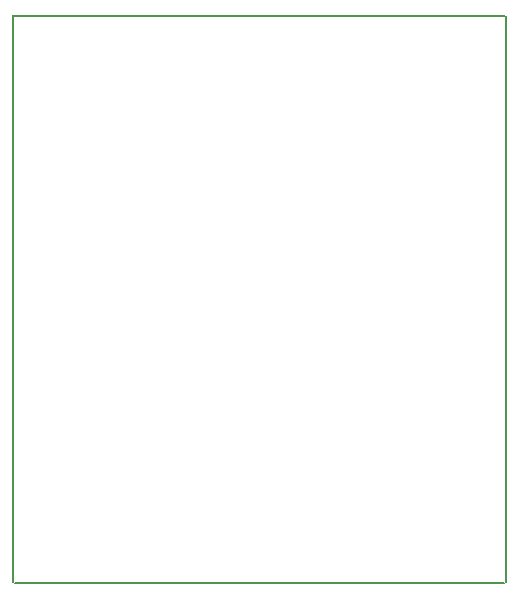
<source format=gko>
G04 #@! TF.FileFunction,Profile,NP*
%FSLAX46Y46*%
G04 Gerber Fmt 4.6, Leading zero omitted, Abs format (unit mm)*
G04 Created by KiCad (PCBNEW 4.0.2-4+6225~38~ubuntu14.04.1-stable) date Tue 01 Mar 2016 02:01:37 PM PST*
%MOMM*%
G01*
G04 APERTURE LIST*
%ADD10C,0.100000*%
%ADD11C,0.150000*%
G04 APERTURE END LIST*
D10*
D11*
X105700000Y-51600000D02*
X105700000Y-99500000D01*
X64000000Y-99500000D02*
X64000000Y-51500000D01*
X64008000Y-51562000D02*
X105664000Y-51562000D01*
X64135000Y-99553000D02*
X105550000Y-99553000D01*
M02*

</source>
